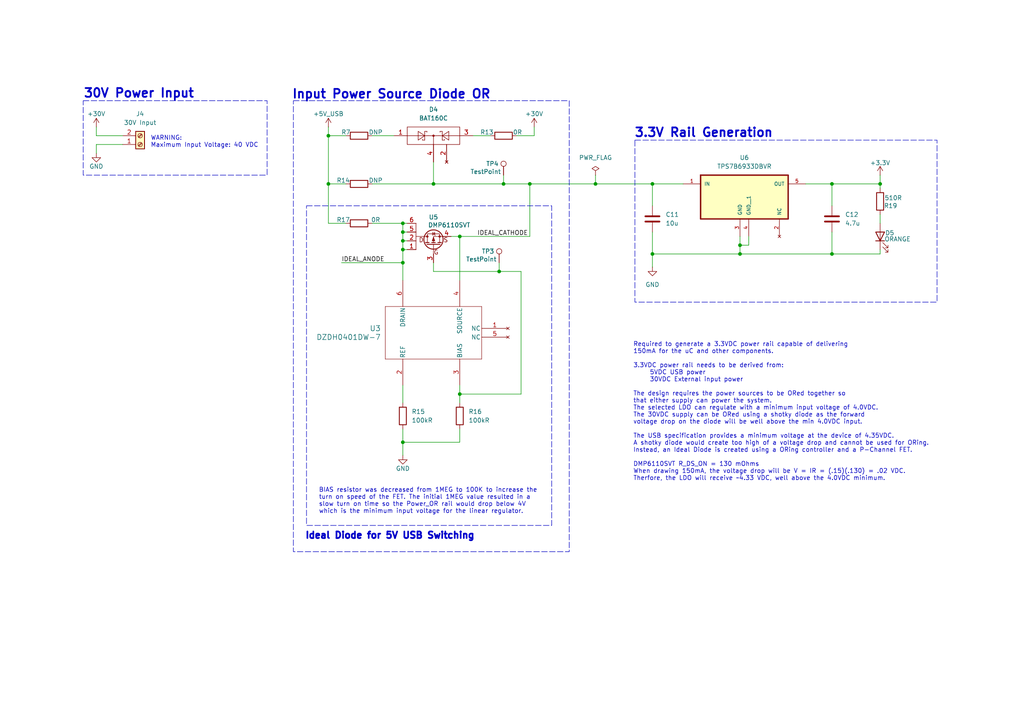
<source format=kicad_sch>
(kicad_sch (version 20231120) (generator "eeschema") (generator_version "8.0")
  (paper "A4")
  (title_block (title "ATTiny416 Development Board") (date "2025-02-09") (rev "2"))
  (lib_symbols
    (symbol "2025-02-01_16-45-29:DZDH0401DW-7" (pin_names (offset 0.254))
      (property "Reference" "U" (at 51.054 17.272 0))
      (property "Value" "DZDH0401DW-7" (at 50.038 10.414 0))
      (symbol "DZDH0401DW-7_0_1"
        (polyline (pts (xy 10.16 -10.16) (xy 38.1 -10.16)) (stroke (width 0.127)))
        (polyline (pts (xy 10.16 5.08) (xy 10.16 -10.16)) (stroke (width 0.127)))
        (polyline (pts (xy 38.1 -10.16) (xy 38.1 5.08)) (stroke (width 0.127)))
        (polyline (pts (xy 38.1 5.08) (xy 10.16 5.08)) (stroke (width 0.127)))
        (pin no_connect line (at 45.72 -1.27 180) (length 7.62) (name "NC") (number "1"))
        (pin unspecified line (at 15.24 -17.78 90) (length 7.62) (name "REF") (number "2"))
        (pin unspecified line (at 31.75 -17.78 90) (length 7.62) (name "BIAS") (number "3"))
        (pin unspecified line (at 31.75 12.7 270) (length 7.62) (name "SOURCE") (number "4"))
        (pin no_connect line (at 45.72 -3.81 180) (length 7.62) (name "NC") (number "5"))
        (pin unspecified line (at 15.24 12.7 270) (length 7.62) (name "DRAIN") (number "6"))
      )
    )
    (symbol "Connector:Screw_Terminal_01x02" (pin_names (offset 1.016) hide)
      (property "Reference" "J4" (at 0 -8.89 0))
      (property "Value" "30V Input" (at 0 -6.35 0))
      (symbol "Screw_Terminal_01x02_1_1"
        (rectangle (start -1.27 1.27) (end 1.27 -3.81) (stroke (width 0.254)) (fill (type background)))
        (circle (center 0 -2.54) (radius 0.635) (stroke (width 0.1524)))
        (polyline (pts (xy -0.5334 -2.2098) (xy 0.3302 -3.048)) (stroke (width 0.1524)))
        (polyline (pts (xy -0.5334 0.3302) (xy 0.3302 -0.508)) (stroke (width 0.1524)))
        (polyline (pts (xy -0.3556 -2.032) (xy 0.508 -2.8702)) (stroke (width 0.1524)))
        (polyline (pts (xy -0.3556 0.508) (xy 0.508 -0.3302)) (stroke (width 0.1524)))
        (circle (center 0 0) (radius 0.635) (stroke (width 0.1524)))
        (pin power_in line (at -5.08 0 0) (length 3.81) (name "Pin_1") (number "1"))
        (pin power_out line (at -5.08 -2.54 0) (length 3.81) (name "Pin_2") (number "2"))
      )
    )
    (symbol "Connector:TestPoint" (pin_numbers hide) (pin_names (offset 0.762) hide)
      (property "Reference" "TP" (at 0 6.858 0))
      (property "Value" "TestPoint" (at 0 5.08 0))
      (symbol "TestPoint_0_1"
        (circle (center 0 3.302) (radius 0.762))
      )
      (symbol "TestPoint_1_1"
        (pin passive line (at 0 0 90) (length 2.54) (name "1") (number "1"))
      )
    )
    (symbol "Device:C" (pin_numbers hide) (pin_names (offset 0.254))
      (property "Reference" "C" (at 0.635 2.54 0))
      (property "Value" "C" (at 0.635 -2.54 0))
      (symbol "C_0_1"
        (polyline (pts (xy -2.032 -0.762) (xy 2.032 -0.762)) (stroke (width 0.508)))
        (polyline (pts (xy -2.032 0.762) (xy 2.032 0.762)) (stroke (width 0.508)))
      )
      (symbol "C_1_1"
        (pin passive line (at 0 3.81 270) (length 2.794) (name "~") (number "1"))
        (pin passive line (at 0 -3.81 90) (length 2.794) (name "~") (number "2"))
      )
    )
    (symbol "Device:LED" (pin_numbers hide) (pin_names (offset 1.016) hide)
      (property "Reference" "D" (at 0 2.54 0))
      (property "Value" "LED" (at 0 -2.54 0))
      (symbol "LED_0_1"
        (polyline (pts (xy -1.27 -1.27) (xy -1.27 1.27)) (stroke (width 0.254)))
        (polyline (pts (xy -1.27 0) (xy 1.27 0)))
        (polyline (pts (xy 1.27 -1.27) (xy 1.27 1.27) (xy -1.27 0) (xy 1.27 -1.27)) (stroke (width 0.254)))
        (polyline (pts (xy -3.048 -0.762) (xy -4.572 -2.286) (xy -3.81 -2.286) (xy -4.572 -2.286) (xy -4.572 -1.524)))
        (polyline (pts (xy -1.778 -0.762) (xy -3.302 -2.286) (xy -2.54 -2.286) (xy -3.302 -2.286) (xy -3.302 -1.524)))
      )
      (symbol "LED_1_1"
        (pin passive line (at -3.81 0 0) (length 2.54) (name "K") (number "1"))
        (pin passive line (at 3.81 0 180) (length 2.54) (name "A") (number "2"))
      )
    )
    (symbol "Device:R" (pin_numbers hide) (pin_names (offset 0))
      (property "Reference" "R" (at 2.032 0 90))
      (property "Value" "R" (at 0 0 90))
      (symbol "R_0_1"
        (rectangle (start -1.016 -2.54) (end 1.016 2.54) (stroke (width 0.254)))
      )
      (symbol "R_1_1"
        (pin passive line (at 0 3.81 270) (length 1.27) (name "~") (number "1"))
        (pin passive line (at 0 -3.81 90) (length 1.27) (name "~") (number "2"))
      )
    )
    (symbol "Diode:BAS40-04" (pin_names (offset 1.016))
      (property "Reference" "D4" (at 0 8.89 0))
      (property "Value" "BAT160C" (at 0 6.35 0))
      (symbol "BAS40-04_0_1"
        (rectangle (start -7.62 5.08) (end 7.62 0))
        (polyline (pts (xy -3.81 2.54) (xy -7.62 2.54)))
        (polyline (pts (xy -3.81 2.54) (xy -1.27 2.54)))
        (polyline (pts (xy -3.175 1.27) (xy -3.175 1.524)))
        (polyline (pts (xy -2.54 1.27) (xy -3.175 1.27)))
        (polyline (pts (xy -2.54 1.27) (xy -2.54 3.81)))
        (polyline (pts (xy -2.54 3.81) (xy -1.905 3.81)))
        (polyline (pts (xy -1.905 2.54) (xy 1.905 2.54)))
        (polyline (pts (xy -1.905 3.81) (xy -1.905 3.556)))
        (polyline (pts (xy 0 2.54) (xy 0 0)))
        (polyline (pts (xy 1.27 2.54) (xy 3.81 2.54)))
        (polyline (pts (xy 1.905 3.81) (xy 1.905 3.556)))
        (polyline (pts (xy 2.54 1.27) (xy 2.54 3.81)))
        (polyline (pts (xy 2.54 1.27) (xy 3.175 1.27)))
        (polyline (pts (xy 2.54 3.81) (xy 1.905 3.81)))
        (polyline (pts (xy 3.175 1.27) (xy 3.175 1.524)))
        (polyline (pts (xy 7.62 2.54) (xy 3.81 2.54)))
        (polyline (pts (xy -4.445 3.81) (xy -4.445 1.27) (xy -2.54 2.54) (xy -4.445 3.81)))
        (polyline (pts (xy 4.445 3.81) (xy 4.445 1.27) (xy 2.54 2.54) (xy 4.445 3.81)))
        (circle (center 0 2.54) (radius 0.254) (fill (type outline)))
      )
      (symbol "BAS40-04_1_1"
        (pin passive line (at -11.43 2.54 0) (length 3.81) (name "~") (number "1"))
        (pin no_connect line (at 3.81 -5.08 90) (length 5.08) (name "~") (number "2"))
        (pin passive line (at 11.43 2.54 180) (length 3.81) (name "~") (number "3"))
        (pin passive line (at 0 -5.08 90) (length 5.08) (name "~") (number "4"))
      )
    )
    (symbol "Simulation_SPICE:DMP6110SVT"
      (property "Reference" "U" (at 3.048 -10.414 0))
      (property "Value" "DMP6110SVT" (at 8.382 -12.192 0))
      (symbol "DMP6110SVT_0_1"
        (polyline (pts (xy 1.27 -15.24) (xy 2.032 -15.24)))
        (polyline (pts (xy 1.524 -17.018) (xy 2.54 -17.018)) (stroke (width 0.254)))
        (polyline (pts (xy 1.905 -17.526) (xy 5.715 -17.526)) (stroke (width 0.254)))
        (polyline (pts (xy 3.302 -17.018) (xy 4.318 -17.018)) (stroke (width 0.254)))
        (polyline (pts (xy 3.81 -17.526) (xy 3.81 -20.32)))
        (polyline (pts (xy 5.08 -17.018) (xy 6.096 -17.018)) (stroke (width 0.254)))
        (polyline (pts (xy 6.35 -15.24) (xy 3.81 -15.24) (xy 3.81 -17.018)))
        (polyline (pts (xy 1.27 -15.24) (xy -1.27 -15.24) (xy -1.27 -11.43) (xy -1.27 -19.05)))
        (polyline (pts (xy 2.032 -17.018) (xy 2.032 -14.478) (xy 5.588 -14.478) (xy 5.588 -17.018)))
        (polyline (pts (xy 3.81 -15.494) (xy 3.429 -16.51) (xy 4.191 -16.51) (xy 3.81 -15.494)) (fill (type outline)))
        (polyline (pts (xy 4.191 -14.478) (xy 3.556 -14.859) (xy 3.556 -14.097) (xy 4.191 -14.478)))
        (polyline (pts (xy 4.318 -14.986) (xy 4.191 -14.859) (xy 4.191 -14.097) (xy 4.064 -13.97)))
        (circle (center 2.032 -15.24) (radius 0.254) (fill (type outline)))
        (circle (center 3.81 -16.129) (radius 2.794) (stroke (width 0.254)))
        (circle (center 5.588 -15.24) (radius 0.254) (fill (type outline)))
      )
      (symbol "DMP6110SVT_1_1"
        (text "D" (at 0.254 -16.256 0) (effects (font (size 1.27 1.27))))
        (text "G" (at 4.572 -19.812 0) (effects (font (size 1.27 1.27))))
        (text "S" (at 7.366 -16.256 0) (effects (font (size 1.27 1.27))))
        (pin passive line (at -3.81 -19.05 0) (length 2.54) (name "") (number "1"))
        (pin passive line (at -3.81 -16.51 0) (length 2.54) (name "") (number "2"))
        (pin input line (at 3.81 -22.86 90) (length 2.54) (name "") (number "3"))
        (pin passive line (at 8.89 -15.24 180) (length 2.54) (name "") (number "4"))
        (pin passive line (at -3.81 -13.97 0) (length 2.54) (name "") (number "5"))
        (pin passive line (at -3.81 -11.43 0) (length 2.54) (name "") (number "6"))
      )
    )
    (symbol "TPS7B6933DBVR:TPS7B6933DBVR" (pin_names (offset 1.016))
      (property "Reference" "U6" (at 0 10.16 0))
      (property "Value" "TPS7B6933DBVR" (at 0 7.62 0))
      (symbol "TPS7B6933DBVR_0_0"
        (rectangle (start -12.7 -7.62) (end 12.7 5.08) (stroke (width 0.41)) (fill (type background)))
        (pin power_in line (at -1.27 -12.7 90) (length 5.08) (name "GND") (number "3"))
        (pin power_in line (at 1.27 -12.7 90) (length 5.08) (name "GND__1") (number "4"))
      )
      (symbol "TPS7B6933DBVR_1_0"
        (pin power_in line (at -17.78 2.54 0) (length 5.08) (name "IN") (number "1"))
        (pin no_connect line (at 10.16 -12.7 90) (length 5.08) (name "NC") (number "2"))
        (pin power_out line (at 17.78 2.54 180) (length 5.08) (name "OUT") (number "5"))
      )
    )
    (symbol "power:+28V" (power) (pin_numbers hide) (pin_names (offset 0) hide)
      (property "Value" "+28V" (at 0 3.556 0))
      (symbol "+28V_0_1"
        (polyline (pts (xy -0.762 1.27) (xy 0 2.54)))
        (polyline (pts (xy 0 0) (xy 0 2.54)))
        (polyline (pts (xy 0 2.54) (xy 0.762 1.27)))
      )
      (symbol "+28V_1_1"
        (pin power_in line (at 0 0 90) (length 0) (name "~") (number "1"))
      )
    )
    (symbol "power:+3.3V" (power) (pin_numbers hide) (pin_names (offset 0) hide)
      (property "Value" "+3.3V" (at 0 3.556 0))
      (symbol "+3.3V_0_1"
        (polyline (pts (xy -0.762 1.27) (xy 0 2.54)))
        (polyline (pts (xy 0 0) (xy 0 2.54)))
        (polyline (pts (xy 0 2.54) (xy 0.762 1.27)))
      )
      (symbol "+3.3V_1_1"
        (pin power_in line (at 0 0 90) (length 0) (name "~") (number "1"))
      )
    )
    (symbol "power:+5V" (power) (pin_numbers hide) (pin_names (offset 0) hide)
      (property "Value" "+5V" (at 0 3.556 0))
      (symbol "+5V_0_1"
        (polyline (pts (xy -0.762 1.27) (xy 0 2.54)))
        (polyline (pts (xy 0 0) (xy 0 2.54)))
        (polyline (pts (xy 0 2.54) (xy 0.762 1.27)))
      )
      (symbol "+5V_1_1"
        (pin power_in line (at 0 0 90) (length 0) (name "~") (number "1"))
      )
    )
    (symbol "power:GND" (power) (pin_numbers hide) (pin_names (offset 0) hide)
      (property "Value" "GND" (at 0 -3.81 0))
      (symbol "GND_0_1"
        (polyline (pts (xy 0 0) (xy 0 -1.27) (xy 1.27 -1.27) (xy 0 -2.54) (xy -1.27 -1.27) (xy 0 -1.27)))
      )
      (symbol "GND_1_1"
        (pin power_in line (at 0 0 270) (length 0) (name "~") (number "1"))
      )
    )
    (symbol "power:PWR_FLAG" (power) (pin_numbers hide) (pin_names (offset 0) hide)
      (property "Value" "PWR_FLAG" (at 0 3.81 0))
      (symbol "PWR_FLAG_0_0"
        (pin power_out line (at 0 0 90) (length 0) (name "~") (number "1"))
      )
      (symbol "PWR_FLAG_0_1"
        (polyline (pts (xy 0 0) (xy 0 1.27) (xy -1.016 1.905) (xy 0 2.54) (xy 1.016 1.905) (xy 0 1.27)))
      )
    )
  )
  (junction (at 95.25 39.37))
  (junction (at 133.35 114.3))
  (junction (at 95.25 53.34))
  (junction (at 255.27 53.34))
  (junction (at 116.84 128.27))
  (junction (at 133.35 68.58))
  (junction (at 116.84 64.77))
  (junction (at 116.84 76.2))
  (junction (at 146.05 53.34))
  (junction (at 144.78 78.74))
  (junction (at 214.63 73.66))
  (junction (at 189.23 53.34))
  (junction (at 241.3 73.66))
  (junction (at 153.67 53.34))
  (junction (at 172.72 53.34))
  (junction (at 214.63 71.12))
  (junction (at 116.84 72.39))
  (junction (at 241.3 53.34))
  (junction (at 116.84 69.85))
  (junction (at 125.73 53.34))
  (junction (at 116.84 67.31))
  (junction (at 189.23 73.66))
  (wire (pts (xy 116.84 67.31) (xy 116.84 69.85)))
  (wire (pts (xy 95.25 53.34) (xy 95.25 64.77)))
  (wire (pts (xy 107.95 39.37) (xy 114.3 39.37)))
  (wire (pts (xy 125.73 46.99) (xy 125.73 53.34)))
  (wire (pts (xy 153.67 68.58) (xy 153.67 53.34)))
  (wire (pts (xy 217.17 68.58) (xy 217.17 71.12)))
  (wire (pts (xy 154.94 39.37) (xy 149.86 39.37)))
  (wire (pts (xy 116.84 124.46) (xy 116.84 128.27)))
  (wire (pts (xy 189.23 53.34) (xy 198.12 53.34)))
  (wire (pts (xy 130.81 68.58) (xy 133.35 68.58)))
  (wire (pts (xy 27.94 41.91) (xy 27.94 44.45)))
  (wire (pts (xy 241.3 67.31) (xy 241.3 73.66)))
  (wire (pts (xy 189.23 73.66) (xy 189.23 77.47)))
  (wire (pts (xy 133.35 128.27) (xy 116.84 128.27)))
  (wire (pts (xy 133.35 114.3) (xy 133.35 116.84)))
  (wire (pts (xy 125.73 78.74) (xy 144.78 78.74)))
  (wire (pts (xy 241.3 53.34) (xy 255.27 53.34)))
  (wire (pts (xy 133.35 111.76) (xy 133.35 114.3)))
  (wire (pts (xy 255.27 53.34) (xy 255.27 50.8)))
  (wire (pts (xy 27.94 36.83) (xy 27.94 39.37)))
  (wire (pts (xy 116.84 72.39) (xy 118.11 72.39)))
  (wire (pts (xy 125.73 53.34) (xy 146.05 53.34)))
  (wire (pts (xy 116.84 72.39) (xy 116.84 76.2)))
  (wire (pts (xy 255.27 73.66) (xy 241.3 73.66)))
  (wire (pts (xy 107.95 64.77) (xy 116.84 64.77)))
  (wire (pts (xy 146.05 53.34) (xy 153.67 53.34)))
  (wire (pts (xy 233.68 53.34) (xy 241.3 53.34)))
  (wire (pts (xy 172.72 53.34) (xy 189.23 53.34)))
  (wire (pts (xy 144.78 78.74) (xy 151.13 78.74)))
  (wire (pts (xy 95.25 36.83) (xy 95.25 39.37)))
  (wire (pts (xy 95.25 39.37) (xy 100.33 39.37)))
  (wire (pts (xy 255.27 64.77) (xy 255.27 62.23)))
  (wire (pts (xy 214.63 73.66) (xy 189.23 73.66)))
  (wire (pts (xy 217.17 71.12) (xy 214.63 71.12)))
  (wire (pts (xy 153.67 53.34) (xy 172.72 53.34)))
  (wire (pts (xy 116.84 69.85) (xy 116.84 72.39)))
  (wire (pts (xy 154.94 36.83) (xy 154.94 39.37)))
  (wire (pts (xy 118.11 64.77) (xy 116.84 64.77)))
  (wire (pts (xy 116.84 69.85) (xy 118.11 69.85)))
  (wire (pts (xy 144.78 76.2) (xy 144.78 78.74)))
  (wire (pts (xy 116.84 64.77) (xy 116.84 67.31)))
  (wire (pts (xy 116.84 128.27) (xy 116.84 132.08)))
  (wire (pts (xy 116.84 76.2) (xy 116.84 81.28)))
  (wire (pts (xy 241.3 73.66) (xy 214.63 73.66)))
  (wire (pts (xy 125.73 76.2) (xy 125.73 78.74)))
  (wire (pts (xy 116.84 111.76) (xy 116.84 116.84)))
  (wire (pts (xy 95.25 39.37) (xy 95.25 53.34)))
  (wire (pts (xy 151.13 114.3) (xy 133.35 114.3)))
  (wire (pts (xy 35.56 39.37) (xy 27.94 39.37)))
  (wire (pts (xy 146.05 50.8) (xy 146.05 53.34)))
  (wire (pts (xy 189.23 53.34) (xy 189.23 59.69)))
  (wire (pts (xy 95.25 64.77) (xy 100.33 64.77)))
  (wire (pts (xy 137.16 39.37) (xy 142.24 39.37)))
  (wire (pts (xy 214.63 71.12) (xy 214.63 73.66)))
  (wire (pts (xy 255.27 53.34) (xy 255.27 54.61)))
  (wire (pts (xy 133.35 68.58) (xy 153.67 68.58)))
  (wire (pts (xy 151.13 78.74) (xy 151.13 114.3)))
  (wire (pts (xy 214.63 68.58) (xy 214.63 71.12)))
  (wire (pts (xy 133.35 124.46) (xy 133.35 128.27)))
  (wire (pts (xy 133.35 68.58) (xy 133.35 81.28)))
  (wire (pts (xy 189.23 73.66) (xy 189.23 67.31)))
  (wire (pts (xy 35.56 41.91) (xy 27.94 41.91)))
  (wire (pts (xy 255.27 72.39) (xy 255.27 73.66)))
  (wire (pts (xy 116.84 67.31) (xy 118.11 67.31)))
  (wire (pts (xy 172.72 50.8) (xy 172.72 53.34)))
  (wire (pts (xy 241.3 53.34) (xy 241.3 59.69)))
  (wire (pts (xy 107.95 53.34) (xy 125.73 53.34)))
  (wire (pts (xy 99.06 76.2) (xy 116.84 76.2)))
  (wire (pts (xy 95.25 53.34) (xy 100.33 53.34)))
  (rectangle (start 85.09 29.21) (end 165.1 160.02) (stroke (width 0) (type dash)))
  (rectangle (start 184.15 40.64) (end 271.78 87.63) (stroke (width 0) (type dash)))
  (rectangle (start 24.13 29.21) (end 77.47 50.8) (stroke (width 0) (type dash)))
  (rectangle (start 88.9 59.69) (end 160.02 152.4) (stroke (width 0) (type dash)))
  (text "Input Power Source Diode OR" (at 84.582 27.432 0) (effects (font (size 2.54 2.54) (thickness 0.508) (bold yes)) (justify left)))
  (text "WARNING: \nMaximum Input Voltage: 40 VDC" (at 43.688 41.148 0) (effects (font (size 1.27 1.27)) (justify left)))
  (text "30V Power Input" (at 24.13 27.178 0) (effects (font (size 2.54 2.54) (thickness 0.508) (bold yes)) (justify left)))
  (text "Ideal Diode for 5V USB Switching" (at 88.392 155.448 0) (effects (font (size 1.905 1.905) (thickness 0.508) (bold yes)) (justify left)))
  (text "Required to generate a 3.3VDC power rail capable of delivering \n150mA for the uC and other components.\n\n3.3VDC power rail needs to be derived from:\n	5VDC USB power\n	30VDC External input power\n\nThe design requires the power sources to be ORed together so \nthat either supply can power the system. \nThe selected LDO can regulate with a minimum input voltage of 4.0VDC.\nThe 30VDC supply can be ORed using a shotky diode as the forward \nvoltage drop on the diode will be well above the min 4.0VDC input.\n\nThe USB specification provides a minimum voltage at the device of 4.35VDC. \nA shotky diode would create too high of a voltage drop and cannot be used for ORing. \nInstead, an Ideal Diode is created using a ORing controller and a P-Channel FET.\n\nDMP6110SVT R_DS_ON = 130 mOhms\nWhen drawing 150mA, the voltage drop will be V = IR = (.15)(.130) = .02 VDC.\nTherfore, the LDO will receive ~4.33 VDC, well above the 4.0VDC minimum.\n" (at 183.642 119.38 0) (effects (font (size 1.27 1.27)) (justify left)))
  (text "BIAS resistor was decreased from 1MEG to 100K to increase the\nturn on speed of the FET. The initial 1MEG value resulted in a \nslow turn on time so the Power_OR rail would drop below 4V\nwhich is the minimum input voltage for the linear regulator." (at 92.456 145.288 0) (effects (font (size 1.27 1.27)) (justify left)))
  (text "3.3V Rail Generation" (at 183.896 38.608 0) (effects (font (size 2.54 2.54) (thickness 0.508) (bold yes)) (justify left)))
  (label "IDEAL_ANODE" (at 99.06 76.2 0))
  (label "IDEAL_CATHODE" (at 138.43 68.58 0))
  (symbol (lib_id "power:+28V") (at 27.94 36.83 0) (mirror y) (unit 1)
    (property "Reference" "#PWR025" (effects (hide yes)))
    (property "Value" "+30V" (at 27.94 33.02 0))
    (property "Description" "Power symbol creates a global label with name \"+28V\"" (effects (hide yes)))
  )
  (symbol (lib_id "2025-02-01_16-45-29:DZDH0401DW-7") (at 101.6 93.98 0) (unit 1)
    (property "Reference" "U3" (at 110.49 95.2499 0) (effects (font (size 1.524 1.524)) (justify right)))
    (property "Value" "DZDH0401DW-7" (at 110.49 97.7899 0) (effects (font (size 1.524 1.524)) (justify right)))
    (property "Footprint" "Package_TO_SOT_SMD:SOT-363_SC-70-6_Handsoldering" (effects (hide yes)))
    (property "Datasheet" "DZDH0401DW-7" (effects (hide yes)))
  )
  (symbol (lib_id "Device:R") (at 133.35 120.65 0) (unit 1)
    (property "Reference" "R16" (at 135.89 119.3799 0) (effects (justify left)))
    (property "Value" "100kR" (at 135.89 121.9199 0) (effects (justify left)))
    (property "Footprint" "Resistor_SMD:R_0805_2012Metric_Pad1.20x1.40mm_HandSolder" (effects (hide yes)))
    (property "Description" "Resistor" (effects (hide yes)))
  )
  (symbol (lib_id "Device:C") (at 241.3 63.5 180) (unit 1)
    (property "Reference" "C12" (at 245.11 62.2299 0) (effects (justify right)))
    (property "Value" "4.7u" (at 245.11 64.7699 0) (effects (justify right)))
    (property "Footprint" "Capacitor_SMD:C_0805_2012Metric_Pad1.18x1.45mm_HandSolder" (effects (hide yes)))
    (property "Description" "Unpolarized capacitor" (effects (hide yes)))
  )
  (symbol (lib_id "power:+28V") (at 154.94 36.83 0) (unit 1)
    (property "Reference" "#PWR024" (effects (hide yes)))
    (property "Value" "+30V" (at 154.94 33.02 0))
    (property "Description" "Power symbol creates a global label with name \"+28V\"" (effects (hide yes)))
  )
  (symbol (lib_id "power:+3.3V") (at 255.27 50.8 0) (mirror y) (unit 1)
    (property "Reference" "#PWR029" (effects (hide yes)))
    (property "Value" "+3.3V" (at 255.27 47.244 0))
    (property "Description" "Power symbol creates a global label with name \"+3.3V\"" (effects (hide yes)))
  )
  (symbol (lib_id "Diode:BAS40-04") (at 125.73 41.91 0) (unit 1)
    (property "Reference" "D4" (at 125.73 31.75 0))
    (property "Value" "BAT160C" (at 125.73 34.29 0))
    (property "Footprint" "Package_TO_SOT_SMD:SOT-223" (effects (hide yes)))
  )
  (symbol (lib_id "Connector:TestPoint") (at 144.78 76.2 0) (unit 1)
    (property "Reference" "TP3" (at 139.7 72.898 0) (effects (justify left)))
    (property "Value" "TestPoint" (at 135.128 75.184 0) (effects (justify left)))
    (property "Footprint" "TestPoint:TestPoint_Pad_D2.5mm" (effects (hide yes)))
    (property "Description" "test point" (effects (hide yes)))
  )
  (symbol (lib_id "TPS7B6933DBVR:TPS7B6933DBVR") (at 215.9 55.88 0) (unit 1)
    (property "Reference" "U6" (at 215.9 45.72 0))
    (property "Value" "TPS7B6933DBVR" (at 215.9 48.26 0))
    (property "Footprint" "Package_TO_SOT_SMD:SOT-23-5" (effects (hide yes)))
  )
  (symbol (lib_id "Device:R") (at 116.84 120.65 0) (unit 1)
    (property "Reference" "R15" (at 119.38 119.3799 0) (effects (justify left)))
    (property "Value" "100kR" (at 119.38 121.9199 0) (effects (justify left)))
    (property "Footprint" "Resistor_SMD:R_0805_2012Metric_Pad1.20x1.40mm_HandSolder" (effects (hide yes)))
    (property "Description" "Resistor" (effects (hide yes)))
  )
  (symbol (lib_id "Device:R") (at 104.14 64.77 90) (unit 1)
    (property "Reference" "R17" (at 99.568 63.754 90))
    (property "Value" "0R" (at 108.966 63.754 90))
    (property "Footprint" "Resistor_SMD:R_0805_2012Metric_Pad1.20x1.40mm_HandSolder" (effects (hide yes)))
    (property "Description" "Resistor" (effects (hide yes)))
    (property "PN" "NRC06ZOTRF" (effects (hide yes)))
  )
  (symbol (lib_id "power:GND") (at 27.94 44.45 0) (mirror y) (unit 1)
    (property "Reference" "#PWR027" (effects (hide yes)))
    (property "Value" "GND" (at 27.94 48.26 0))
    (property "Description" "Power symbol creates a global label with name \"GND\" , ground" (effects (hide yes)))
  )
  (symbol (lib_id "Simulation_SPICE:DMP6110SVT") (at 121.92 53.34 0) (unit 1)
    (property "Reference" "U5" (at 125.73 62.992 0))
    (property "Value" "DMP6110SVT" (at 130.302 65.278 0))
    (property "Footprint" "DMP6110SVT:DMP6110SVT" (effects (hide yes)))
  )
  (symbol (lib_id "Device:R") (at 255.27 58.42 180) (unit 1)
    (property "Reference" "R19" (at 258.318 59.69 0))
    (property "Value" "510R" (at 259.08 57.404 0))
    (property "Footprint" "Resistor_SMD:R_0805_2012Metric_Pad1.20x1.40mm_HandSolder" (effects (hide yes)))
    (property "Description" "Resistor" (effects (hide yes)))
    (property "PN" "RC0603FR-0778R7L" (effects (hide yes)))
  )
  (symbol (lib_id "Device:LED") (at 255.27 68.58 90) (unit 1)
    (property "Reference" "D5" (at 258.064 67.564 90))
    (property "Value" "ORANGE" (at 260.35 69.342 90))
    (property "Footprint" "Diode_SMD:D_0805_2012Metric_Pad1.15x1.40mm_HandSolder" (effects (hide yes)))
    (property "Description" "Light emitting diode" (effects (hide yes)))
    (property "PN" "SML-211DTT86" (effects (hide yes)))
  )
  (symbol (lib_id "Device:C") (at 189.23 63.5 180) (unit 1)
    (property "Reference" "C11" (at 193.04 62.2299 0) (effects (justify right)))
    (property "Value" "10u" (at 193.04 64.7699 0) (effects (justify right)))
    (property "Footprint" "Capacitor_SMD:C_1210_3225Metric_Pad1.33x2.70mm_HandSolder" (effects (hide yes)))
    (property "Description" "Unpolarized capacitor" (effects (hide yes)))
  )
  (symbol (lib_id "power:+5V") (at 95.25 36.83 0) (unit 1)
    (property "Reference" "#PWR016" (effects (hide yes)))
    (property "Value" "+5V_USB" (at 95.25 33.02 0))
    (property "Description" "Power symbol creates a global label with name \"+5V\"" (effects (hide yes)))
  )
  (symbol (lib_id "Device:R") (at 104.14 39.37 90) (unit 1)
    (property "Reference" "R7" (at 100.33 38.354 90))
    (property "Value" "DNP" (at 108.966 38.354 90))
    (property "Footprint" "Resistor_SMD:R_0805_2012Metric_Pad1.20x1.40mm_HandSolder" (effects (hide yes)))
    (property "Description" "Resistor" (effects (hide yes)))
    (property "PN" "NRC06ZOTRF" (effects (hide yes)))
  )
  (symbol (lib_id "Connector:Screw_Terminal_01x02") (at 40.64 41.91 0) (mirror x) (unit 1)
    (property "Reference" "J4" (at 40.64 33.02 0))
    (property "Value" "30V Input" (at 40.64 35.56 0))
    (property "Footprint" "Two_Position_Screw_Terinal:Two_Position_Screw_Terminal" (effects (hide yes)))
    (property "Description" "Generic screw terminal, single row, 01x02, script generated (kicad-library-utils/schlib/autogen/connector/)" (effects (hide yes)))
  )
  (symbol (lib_id "power:GND") (at 116.84 132.08 0) (unit 1)
    (property "Reference" "#PWR026" (effects (hide yes)))
    (property "Value" "GND" (at 116.84 135.89 0))
    (property "Description" "Power symbol creates a global label with name \"GND\" , ground" (effects (hide yes)))
  )
  (symbol (lib_id "power:GND") (at 189.23 77.47 0) (unit 1)
    (property "Reference" "#PWR028" (effects (hide yes)))
    (property "Value" "GND" (at 189.23 82.55 0))
    (property "Description" "Power symbol creates a global label with name \"GND\" , ground" (effects (hide yes)))
  )
  (symbol (lib_id "Connector:TestPoint") (at 146.05 50.8 0) (unit 1)
    (property "Reference" "TP4" (at 140.97 47.498 0) (effects (justify left)))
    (property "Value" "TestPoint" (at 136.398 49.784 0) (effects (justify left)))
    (property "Footprint" "TestPoint:TestPoint_Pad_D2.5mm" (effects (hide yes)))
    (property "Description" "test point" (effects (hide yes)))
  )
  (symbol (lib_id "power:PWR_FLAG") (at 172.72 50.8 0) (unit 1)
    (property "Reference" "#FLG01" (effects (hide yes)))
    (property "Value" "PWR_FLAG" (at 172.72 45.72 0))
    (property "Description" "Special symbol for telling ERC where power comes from" (effects (hide yes)))
  )
  (symbol (lib_id "Device:R") (at 146.05 39.37 90) (unit 1)
    (property "Reference" "R13" (at 141.224 38.354 90))
    (property "Value" "0R" (at 150.114 38.354 90))
    (property "Footprint" "Resistor_SMD:R_0805_2012Metric_Pad1.20x1.40mm_HandSolder" (effects (hide yes)))
    (property "Description" "Resistor" (effects (hide yes)))
    (property "PN" "NRC06ZOTRF" (effects (hide yes)))
  )
  (symbol (lib_id "Device:R") (at 104.14 53.34 90) (unit 1)
    (property "Reference" "R14" (at 99.568 52.324 90))
    (property "Value" "DNP" (at 108.966 52.324 90))
    (property "Footprint" "Resistor_SMD:R_0805_2012Metric_Pad1.20x1.40mm_HandSolder" (effects (hide yes)))
    (property "Description" "Resistor" (effects (hide yes)))
    (property "PN" "NRC06ZOTRF" (effects (hide yes)))
  )
)
</source>
